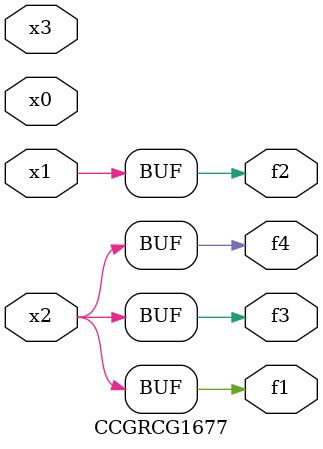
<source format=v>
module CCGRCG1677(
	input x0, x1, x2, x3,
	output f1, f2, f3, f4
);
	assign f1 = x2;
	assign f2 = x1;
	assign f3 = x2;
	assign f4 = x2;
endmodule

</source>
